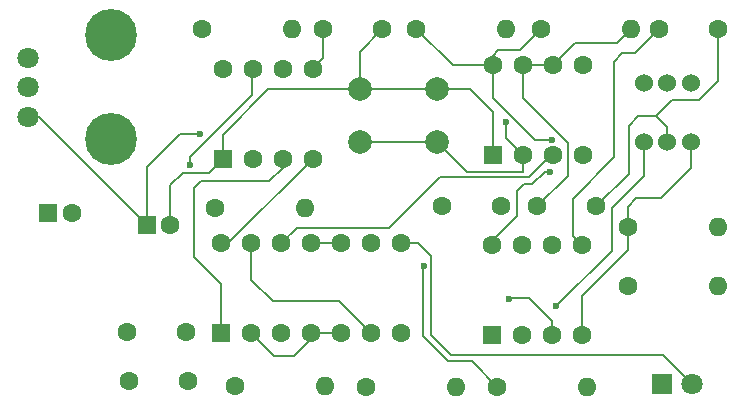
<source format=gbr>
%TF.GenerationSoftware,KiCad,Pcbnew,9.0.1*%
%TF.CreationDate,2025-05-04T07:23:12+02:00*%
%TF.ProjectId,clock-module,636c6f63-6b2d-46d6-9f64-756c652e6b69,rev?*%
%TF.SameCoordinates,Original*%
%TF.FileFunction,Copper,L2,Bot*%
%TF.FilePolarity,Positive*%
%FSLAX46Y46*%
G04 Gerber Fmt 4.6, Leading zero omitted, Abs format (unit mm)*
G04 Created by KiCad (PCBNEW 9.0.1) date 2025-05-04 07:23:12*
%MOMM*%
%LPD*%
G01*
G04 APERTURE LIST*
G04 Aperture macros list*
%AMRoundRect*
0 Rectangle with rounded corners*
0 $1 Rounding radius*
0 $2 $3 $4 $5 $6 $7 $8 $9 X,Y pos of 4 corners*
0 Add a 4 corners polygon primitive as box body*
4,1,4,$2,$3,$4,$5,$6,$7,$8,$9,$2,$3,0*
0 Add four circle primitives for the rounded corners*
1,1,$1+$1,$2,$3*
1,1,$1+$1,$4,$5*
1,1,$1+$1,$6,$7*
1,1,$1+$1,$8,$9*
0 Add four rect primitives between the rounded corners*
20,1,$1+$1,$2,$3,$4,$5,0*
20,1,$1+$1,$4,$5,$6,$7,0*
20,1,$1+$1,$6,$7,$8,$9,0*
20,1,$1+$1,$8,$9,$2,$3,0*%
G04 Aperture macros list end*
%TA.AperFunction,ComponentPad*%
%ADD10C,1.600000*%
%TD*%
%TA.AperFunction,ComponentPad*%
%ADD11O,1.600000X1.600000*%
%TD*%
%TA.AperFunction,ComponentPad*%
%ADD12C,1.524000*%
%TD*%
%TA.AperFunction,ComponentPad*%
%ADD13R,1.800000X1.800000*%
%TD*%
%TA.AperFunction,ComponentPad*%
%ADD14C,1.800000*%
%TD*%
%TA.AperFunction,ComponentPad*%
%ADD15RoundRect,0.250000X0.550000X-0.550000X0.550000X0.550000X-0.550000X0.550000X-0.550000X-0.550000X0*%
%TD*%
%TA.AperFunction,ComponentPad*%
%ADD16C,2.000000*%
%TD*%
%TA.AperFunction,ComponentPad*%
%ADD17R,1.600000X1.600000*%
%TD*%
%TA.AperFunction,ComponentPad*%
%ADD18C,4.400000*%
%TD*%
%TA.AperFunction,ViaPad*%
%ADD19C,0.600000*%
%TD*%
%TA.AperFunction,Conductor*%
%ADD20C,0.200000*%
%TD*%
G04 APERTURE END LIST*
D10*
%TO.P,R7,1*%
%TO.N,VCC*%
X140665200Y-99822000D03*
D11*
%TO.P,R7,2*%
%TO.N,Net-(SW2-A)*%
X148285200Y-99822000D03*
%TD*%
D12*
%TO.P,SW2,1,A*%
%TO.N,Net-(SW2-A)*%
X153060400Y-79095600D03*
%TO.P,SW2,2,B*%
%TO.N,GND*%
X155060400Y-79095600D03*
%TO.P,SW2,3,C*%
%TO.N,Net-(SW2-C)*%
X157060400Y-79095600D03*
%TO.P,SW2,4*%
%TO.N,N/C*%
X153060400Y-74095600D03*
%TO.P,SW2,5*%
X155060400Y-74095600D03*
%TO.P,SW2,6*%
X157060400Y-74095600D03*
%TD*%
D13*
%TO.P,D1,1,K*%
%TO.N,Net-(D1-K)*%
X154610000Y-99575000D03*
D14*
%TO.P,D1,2,A*%
%TO.N,OUT_MUX*%
X157150000Y-99575000D03*
%TD*%
D15*
%TO.P,U3,1*%
%TO.N,OUT_A*%
X117297200Y-95295800D03*
D10*
%TO.P,U3,2*%
%TO.N,OUT_B*%
X119837200Y-95295800D03*
%TO.P,U3,3*%
%TO.N,Net-(U3-Pad3)*%
X122377200Y-95295800D03*
%TO.P,U3,4*%
%TO.N,OUT_B*%
X124917200Y-95295800D03*
%TO.P,U3,5*%
X127457200Y-95295800D03*
%TO.P,U3,6*%
%TO.N,Net-(U3-Pad13)*%
X129997200Y-95295800D03*
%TO.P,U3,7,GND*%
%TO.N,GND*%
X132537200Y-95295800D03*
%TO.P,U3,8*%
%TO.N,OUT_MUX*%
X132537200Y-87675800D03*
%TO.P,U3,9*%
%TO.N,Net-(U3-Pad3)*%
X129997200Y-87675800D03*
%TO.P,U3,10*%
%TO.N,Net-(U3-Pad10)*%
X127457200Y-87675800D03*
%TO.P,U3,11*%
X124917200Y-87675800D03*
%TO.P,U3,12*%
%TO.N,OUT_M*%
X122377200Y-87675800D03*
%TO.P,U3,13*%
%TO.N,Net-(U3-Pad13)*%
X119837200Y-87675800D03*
%TO.P,U3,14,VCC*%
%TO.N,VCC*%
X117297200Y-87675800D03*
%TD*%
%TO.P,R1,1*%
%TO.N,VCC*%
X115671600Y-69494400D03*
D11*
%TO.P,R1,2*%
%TO.N,Net-(U1-DIS)*%
X123291600Y-69494400D03*
%TD*%
D10*
%TO.P,R5,1*%
%TO.N,Net-(J1-CC2)*%
X118465600Y-99771200D03*
D11*
%TO.P,R5,2*%
%TO.N,GND*%
X126085600Y-99771200D03*
%TD*%
D15*
%TO.P,U2,1,GND*%
%TO.N,GND*%
X140258800Y-80213200D03*
D10*
%TO.P,U2,2,TR*%
%TO.N,Net-(U2-TR)*%
X142798800Y-80213200D03*
%TO.P,U2,3,Q*%
%TO.N,OUT_M*%
X145338800Y-80213200D03*
%TO.P,U2,4,R*%
%TO.N,VCC*%
X147878800Y-80213200D03*
%TO.P,U2,5,CV*%
%TO.N,Net-(U2-CV)*%
X147878800Y-72593200D03*
%TO.P,U2,6,THR*%
%TO.N,Net-(U2-DIS)*%
X145338800Y-72593200D03*
%TO.P,U2,7,DIS*%
X142798800Y-72593200D03*
%TO.P,U2,8,VCC*%
%TO.N,VCC*%
X140258800Y-72593200D03*
%TD*%
D15*
%TO.P,U1,1,GND*%
%TO.N,GND*%
X117386400Y-80552000D03*
D10*
%TO.P,U1,2,TR*%
%TO.N,Net-(U1-THR)*%
X119926400Y-80552000D03*
%TO.P,U1,3,Q*%
%TO.N,OUT_A*%
X122466400Y-80552000D03*
%TO.P,U1,4,R*%
%TO.N,VCC*%
X125006400Y-80552000D03*
%TO.P,U1,5,CV*%
%TO.N,Net-(U1-CV)*%
X125006400Y-72932000D03*
%TO.P,U1,6,THR*%
%TO.N,Net-(U1-THR)*%
X122466400Y-72932000D03*
%TO.P,U1,7,DIS*%
%TO.N,Net-(U1-DIS)*%
X119926400Y-72932000D03*
%TO.P,U1,8,VCC*%
%TO.N,VCC*%
X117386400Y-72932000D03*
%TD*%
%TO.P,C5,1*%
%TO.N,Net-(U2-CV)*%
X135930000Y-84531200D03*
%TO.P,C5,2*%
%TO.N,GND*%
X140930000Y-84531200D03*
%TD*%
D16*
%TO.P,SW1,1,1*%
%TO.N,GND*%
X129033200Y-74610400D03*
X135533200Y-74610400D03*
%TO.P,SW1,2,2*%
%TO.N,Net-(U2-TR)*%
X129033200Y-79110400D03*
X135533200Y-79110400D03*
%TD*%
D10*
%TO.P,R8,1*%
%TO.N,Net-(D1-K)*%
X151688800Y-91287600D03*
D11*
%TO.P,R8,2*%
%TO.N,GND*%
X159308800Y-91287600D03*
%TD*%
D10*
%TO.P,C2,1*%
%TO.N,VCC*%
X114463200Y-99314000D03*
%TO.P,C2,2*%
%TO.N,GND*%
X109463200Y-99314000D03*
%TD*%
D15*
%TO.P,U4,1,GND*%
%TO.N,GND*%
X140208000Y-95448200D03*
D10*
%TO.P,U4,2,TR*%
%TO.N,Net-(SW2-A)*%
X142748000Y-95448200D03*
%TO.P,U4,3,Q*%
%TO.N,OUT_B*%
X145288000Y-95448200D03*
%TO.P,U4,4,R*%
%TO.N,Net-(SW2-C)*%
X147828000Y-95448200D03*
%TO.P,U4,5,CV*%
%TO.N,Net-(U4-CV)*%
X147828000Y-87828200D03*
%TO.P,U4,6,THR*%
%TO.N,GND*%
X145288000Y-87828200D03*
%TO.P,U4,7,DIS*%
%TO.N,unconnected-(U4-DIS-Pad7)*%
X142748000Y-87828200D03*
%TO.P,U4,8,VCC*%
%TO.N,VCC*%
X140208000Y-87828200D03*
%TD*%
D17*
%TO.P,C7,1*%
%TO.N,Net-(U1-THR)*%
X110979200Y-86106000D03*
D10*
%TO.P,C7,2*%
%TO.N,GND*%
X112979200Y-86106000D03*
%TD*%
%TO.P,C4,1*%
%TO.N,Net-(U1-CV)*%
X125922400Y-69545200D03*
%TO.P,C4,2*%
%TO.N,GND*%
X130922400Y-69545200D03*
%TD*%
%TO.P,C3,1*%
%TO.N,VCC*%
X114299199Y-95208800D03*
%TO.P,C3,2*%
%TO.N,GND*%
X109299199Y-95208800D03*
%TD*%
D17*
%TO.P,C1,1*%
%TO.N,VCC*%
X102648000Y-85090000D03*
D10*
%TO.P,C1,2*%
%TO.N,GND*%
X104648000Y-85090000D03*
%TD*%
%TO.P,R9,1*%
%TO.N,Net-(SW2-C)*%
X151688800Y-86309200D03*
D11*
%TO.P,R9,2*%
%TO.N,VCC*%
X159308800Y-86309200D03*
%TD*%
D10*
%TO.P,C6,1*%
%TO.N,Net-(U2-DIS)*%
X144018000Y-84531200D03*
%TO.P,C6,2*%
%TO.N,GND*%
X149018000Y-84531200D03*
%TD*%
D14*
%TO.P,RV1,1,1*%
%TO.N,Net-(U1-THR)*%
X100950000Y-76953200D03*
%TO.P,RV1,2,2*%
%TO.N,Net-(R4-Pad2)*%
X100950000Y-74453200D03*
%TO.P,RV1,3,3*%
%TO.N,unconnected-(RV1-Pad3)*%
X100950000Y-71953200D03*
D18*
%TO.P,RV1,MP*%
%TO.N,N/C*%
X107950000Y-70053200D03*
X107950000Y-78853200D03*
%TD*%
D10*
%TO.P,R3,1*%
%TO.N,VCC*%
X144311800Y-69541000D03*
D11*
%TO.P,R3,2*%
%TO.N,Net-(U2-DIS)*%
X151931800Y-69541000D03*
%TD*%
D10*
%TO.P,R2,1*%
%TO.N,VCC*%
X133796200Y-69490200D03*
D11*
%TO.P,R2,2*%
%TO.N,Net-(U2-TR)*%
X141416200Y-69490200D03*
%TD*%
D10*
%TO.P,C8,1*%
%TO.N,Net-(U4-CV)*%
X154350000Y-69500000D03*
%TO.P,C8,2*%
%TO.N,GND*%
X159350000Y-69500000D03*
%TD*%
%TO.P,R6,1*%
%TO.N,Net-(J1-CC1)*%
X129540000Y-99822000D03*
D11*
%TO.P,R6,2*%
%TO.N,GND*%
X137160000Y-99822000D03*
%TD*%
D10*
%TO.P,R4,1*%
%TO.N,Net-(U1-DIS)*%
X116789200Y-84683600D03*
D11*
%TO.P,R4,2*%
%TO.N,Net-(R4-Pad2)*%
X124409200Y-84683600D03*
%TD*%
D19*
%TO.N,Net-(U1-THR)*%
X115475000Y-78425000D03*
%TO.N,VCC*%
X134425000Y-89575000D03*
X145075000Y-81625000D03*
X145275000Y-78900000D03*
%TO.N,Net-(U1-DIS)*%
X114675000Y-81050000D03*
%TO.N,Net-(SW2-A)*%
X145650000Y-93000000D03*
%TO.N,Net-(U2-TR)*%
X141375000Y-77375000D03*
%TO.N,OUT_B*%
X141650000Y-92350000D03*
%TD*%
D20*
%TO.N,OUT_M*%
X143350000Y-82025000D02*
X145161800Y-80213200D01*
X131475000Y-86375000D02*
X135825000Y-82025000D01*
X123678000Y-86375000D02*
X131475000Y-86375000D01*
X122377200Y-87675800D02*
X123678000Y-86375000D01*
X135825000Y-82025000D02*
X143350000Y-82025000D01*
X145161800Y-80213200D02*
X145338800Y-80213200D01*
%TO.N,Net-(U1-CV)*%
X125922400Y-72016000D02*
X125006400Y-72932000D01*
X125922400Y-69545200D02*
X125922400Y-72016000D01*
%TO.N,GND*%
X116263400Y-81675000D02*
X114000000Y-81675000D01*
X114000000Y-81675000D02*
X112979200Y-82695800D01*
X151775000Y-81774200D02*
X151775000Y-77725000D01*
X157725000Y-75575000D02*
X159350000Y-73950000D01*
X129033200Y-71434400D02*
X129033200Y-74610400D01*
X159350000Y-73950000D02*
X159350000Y-69500000D01*
X154100000Y-76900000D02*
X155060400Y-77860400D01*
X140258800Y-76558800D02*
X138310400Y-74610400D01*
X140258800Y-80213200D02*
X140258800Y-76558800D01*
X117386400Y-78488600D02*
X117386400Y-80552000D01*
X117386400Y-80552000D02*
X116263400Y-81675000D01*
X152600000Y-76900000D02*
X154100000Y-76900000D01*
X129033200Y-74610400D02*
X121264600Y-74610400D01*
X135533200Y-74610400D02*
X129033200Y-74610400D01*
X155060400Y-77860400D02*
X155060400Y-79095600D01*
X154100000Y-76900000D02*
X155425000Y-75575000D01*
X121264600Y-74610400D02*
X117386400Y-78488600D01*
X155425000Y-75575000D02*
X157725000Y-75575000D01*
X149018000Y-84531200D02*
X151775000Y-81774200D01*
X130922400Y-69545200D02*
X129033200Y-71434400D01*
X138310400Y-74610400D02*
X135533200Y-74610400D01*
X112979200Y-82695800D02*
X112979200Y-86106000D01*
X151775000Y-77725000D02*
X152600000Y-76900000D01*
%TO.N,Net-(U1-THR)*%
X113750000Y-78425000D02*
X110979200Y-81195800D01*
X100950000Y-76953200D02*
X101826400Y-76953200D01*
X110979200Y-81195800D02*
X110979200Y-86106000D01*
X115475000Y-78425000D02*
X113750000Y-78425000D01*
X101826400Y-76953200D02*
X110979200Y-86106000D01*
%TO.N,VCC*%
X136899200Y-72593200D02*
X140258800Y-72593200D01*
X117882600Y-87675800D02*
X125006400Y-80552000D01*
X142325000Y-85350000D02*
X140208000Y-87467000D01*
X140665200Y-99822000D02*
X138468200Y-97625000D01*
X142552800Y-71300000D02*
X144311800Y-69541000D01*
X142325000Y-83225000D02*
X142325000Y-85350000D01*
X142900000Y-82650000D02*
X142325000Y-83225000D01*
X144650000Y-81625000D02*
X143625000Y-82650000D01*
X145075000Y-81625000D02*
X144650000Y-81625000D01*
X140258800Y-71791200D02*
X140750000Y-71300000D01*
X143625000Y-82650000D02*
X142900000Y-82650000D01*
X145275000Y-78900000D02*
X143825000Y-78900000D01*
X140208000Y-87467000D02*
X140208000Y-87828200D01*
X140258800Y-72593200D02*
X140258800Y-71791200D01*
X117297200Y-87675800D02*
X117882600Y-87675800D01*
X133796200Y-69490200D02*
X136899200Y-72593200D01*
X136475000Y-97625000D02*
X134350000Y-95500000D01*
X134350000Y-89650000D02*
X134425000Y-89575000D01*
X140258800Y-75333800D02*
X140258800Y-72593200D01*
X143825000Y-78900000D02*
X140258800Y-75333800D01*
X138468200Y-97625000D02*
X136475000Y-97625000D01*
X140750000Y-71300000D02*
X142552800Y-71300000D01*
X134350000Y-95500000D02*
X134350000Y-89650000D01*
%TO.N,Net-(U1-DIS)*%
X119926400Y-72932000D02*
X119900000Y-72958400D01*
X119900000Y-75125000D02*
X114675000Y-80350000D01*
X119900000Y-72958400D02*
X119900000Y-75125000D01*
X114675000Y-80350000D02*
X114675000Y-81050000D01*
%TO.N,OUT_A*%
X115600000Y-82375000D02*
X121350000Y-82375000D01*
X117297200Y-91147200D02*
X114950000Y-88800000D01*
X114950000Y-83025000D02*
X115600000Y-82375000D01*
X122466400Y-81258600D02*
X122466400Y-80552000D01*
X117297200Y-95295800D02*
X117297200Y-91147200D01*
X121350000Y-82375000D02*
X122466400Y-81258600D01*
X114950000Y-88800000D02*
X114950000Y-83025000D01*
%TO.N,Net-(U2-DIS)*%
X142798800Y-72593200D02*
X142798800Y-75398800D01*
X146600000Y-81949200D02*
X144018000Y-84531200D01*
X146600000Y-79200000D02*
X146600000Y-81949200D01*
X150797800Y-70675000D02*
X147257000Y-70675000D01*
X151931800Y-69541000D02*
X150797800Y-70675000D01*
X142798800Y-75398800D02*
X146600000Y-79200000D01*
X145338800Y-72593200D02*
X142798800Y-72593200D01*
X147257000Y-70675000D02*
X145338800Y-72593200D01*
%TO.N,Net-(SW2-A)*%
X150325000Y-88325000D02*
X145650000Y-93000000D01*
X153060400Y-79095600D02*
X153060400Y-81964600D01*
X150325000Y-84700000D02*
X150325000Y-88325000D01*
X153060400Y-81964600D02*
X150325000Y-84700000D01*
%TO.N,OUT_M*%
X145660800Y-80097000D02*
X145800800Y-80237000D01*
%TO.N,Net-(U2-TR)*%
X142798800Y-81621122D02*
X142798800Y-80213200D01*
X135533200Y-79110400D02*
X129033200Y-79110400D01*
X141375000Y-78789400D02*
X142798800Y-80213200D01*
X141375000Y-77375000D02*
X141375000Y-78789400D01*
X138043922Y-81621122D02*
X142798800Y-81621122D01*
X135533200Y-79110400D02*
X138043922Y-81621122D01*
%TO.N,Net-(SW2-C)*%
X151688800Y-88236200D02*
X147828000Y-92097000D01*
X151688800Y-84561200D02*
X151688800Y-86309200D01*
X157060400Y-81264600D02*
X154500000Y-83825000D01*
X152425000Y-83825000D02*
X151688800Y-84561200D01*
X154500000Y-83825000D02*
X152425000Y-83825000D01*
X151688800Y-86309200D02*
X151688800Y-88236200D01*
X157060400Y-79095600D02*
X157060400Y-81264600D01*
X147828000Y-92097000D02*
X147828000Y-95448200D01*
%TO.N,OUT_B*%
X141725000Y-92275000D02*
X143350000Y-92275000D01*
X121716400Y-97175000D02*
X123475000Y-97175000D01*
X143350000Y-92275000D02*
X145288000Y-94213000D01*
X119837200Y-95295800D02*
X121716400Y-97175000D01*
X141650000Y-92350000D02*
X141725000Y-92275000D01*
X123475000Y-97175000D02*
X124917200Y-95732800D01*
X124917200Y-95295800D02*
X127457200Y-95295800D01*
X145288000Y-94213000D02*
X145288000Y-95448200D01*
X124917200Y-95732800D02*
X124917200Y-95295800D01*
%TO.N,OUT_MUX*%
X135025000Y-95400000D02*
X135025000Y-88775000D01*
X136725000Y-97100000D02*
X135025000Y-95400000D01*
X157150000Y-99575000D02*
X154675000Y-97100000D01*
X135025000Y-88775000D02*
X133925800Y-87675800D01*
X154675000Y-97100000D02*
X136725000Y-97100000D01*
X133925800Y-87675800D02*
X132537200Y-87675800D01*
%TO.N,Net-(U4-CV)*%
X150500000Y-72300000D02*
X151225000Y-71575000D01*
X152275000Y-71575000D02*
X154350000Y-69500000D01*
X147025000Y-87025200D02*
X147025000Y-83875000D01*
X151225000Y-71575000D02*
X152275000Y-71575000D01*
X150500000Y-80400000D02*
X150500000Y-72300000D01*
X147025000Y-83875000D02*
X150500000Y-80400000D01*
X147828000Y-87828200D02*
X147025000Y-87025200D01*
%TO.N,Net-(U3-Pad10)*%
X124917200Y-87675800D02*
X127457200Y-87675800D01*
%TO.N,Net-(U3-Pad13)*%
X119837200Y-87675800D02*
X119837200Y-90762200D01*
X119837200Y-90762200D02*
X121650000Y-92575000D01*
X121650000Y-92575000D02*
X127276400Y-92575000D01*
X127276400Y-92575000D02*
X129997200Y-95295800D01*
%TD*%
M02*

</source>
